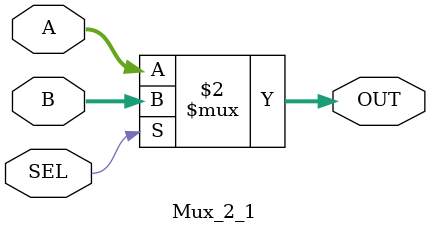
<source format=v>
`timescale 1ns / 1ps
module Mux_2_1
#(parameter N=32) (
		input [N-1:0] A,
		input [N-1:0] B,
		input SEL,
		output [N-1:0] OUT
    );
	 
	 assign OUT = (SEL==0) ? A:B;
	 
endmodule

</source>
